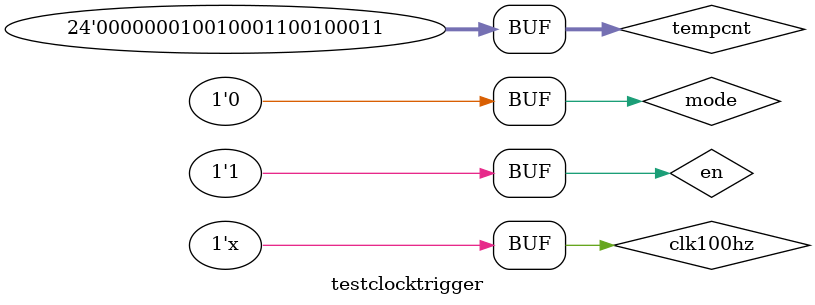
<source format=v>
`timescale 1ns / 1ps


module testclocktrigger(

    );
    reg mode;
    reg [23:0] tempcnt;
    reg clk100hz;
    reg en;
    wire beepen;
    clocktriger ct1(
    .en(mode),
    .cnt(tempcnt),
    .clk(clk100hz),
    .rst(en),
    .beepen(beepen)  
    );
    initial begin
    mode=0;en=0;tempcnt=24'b000000010010001100100011;clk100hz=0;
    end
    always begin #10 clk100hz=~clk100hz;end
    always begin
    en=1;
    #100 mode=1;
    #100 mode = 0; 
    #100 tempcnt=24'd0;
    #1000 tempcnt=24'b000000010010001100100011;
    #100 tempcnt=24'd0;  
    #100 mode=1;
    #100 mode = 0; 
    #100 tempcnt=24'b000000010010001100100011;
    
    end
endmodule

</source>
